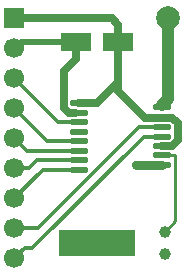
<source format=gtl>
G04 #@! TF.FileFunction,Copper,L1,Top,Signal*
%FSLAX46Y46*%
G04 Gerber Fmt 4.6, Leading zero omitted, Abs format (unit mm)*
G04 Created by KiCad (PCBNEW 4.0.6-e0-6349~52~ubuntu16.10.1) date Wed May  3 13:22:09 2017*
%MOMM*%
%LPD*%
G01*
G04 APERTURE LIST*
%ADD10C,0.100000*%
%ADD11O,1.600000X0.500000*%
%ADD12R,2.600000X1.600000*%
%ADD13C,1.000000*%
%ADD14R,6.500000X2.200000*%
%ADD15R,1.700000X1.700000*%
%ADD16C,1.700000*%
%ADD17C,2.000000*%
%ADD18C,0.700000*%
%ADD19C,0.550000*%
%ADD20C,0.650000*%
%ADD21C,0.750000*%
%ADD22C,0.350000*%
%ADD23C,1.000000*%
%ADD24C,0.250000*%
G04 APERTURE END LIST*
D10*
D11*
X127500000Y-92200000D03*
X127500000Y-93000000D03*
X127500000Y-93800000D03*
X127500000Y-94600000D03*
X127500000Y-95400000D03*
X127500000Y-96200000D03*
X127500000Y-97000000D03*
X127500000Y-97800000D03*
X134500000Y-97400000D03*
X134500000Y-96600000D03*
X134500000Y-95800000D03*
X134500000Y-95000000D03*
X134500000Y-94200000D03*
X134500000Y-93400000D03*
X134500000Y-92500000D03*
D12*
X127200000Y-87000000D03*
X130800000Y-87000000D03*
D13*
X134750000Y-103050000D03*
X134750000Y-104950000D03*
D14*
X129000000Y-104000000D03*
D15*
X122000000Y-85000000D03*
D16*
X122000000Y-87540000D03*
X122000000Y-90080000D03*
X122000000Y-92620000D03*
X122000000Y-95160000D03*
X122000000Y-97700000D03*
X122000000Y-100240000D03*
X122000000Y-102780000D03*
X122000000Y-105320000D03*
D17*
X135000000Y-85000000D03*
D18*
X132250000Y-97400000D03*
D19*
X127200000Y-87000000D02*
X122540000Y-87000000D01*
X122540000Y-87000000D02*
X122000000Y-87540000D01*
D20*
X127200000Y-87000000D02*
X127200000Y-88450000D01*
X127200000Y-88450000D02*
X126174990Y-89475010D01*
X126174990Y-89475010D02*
X126174990Y-92570999D01*
X126174990Y-92570999D02*
X126603991Y-93000000D01*
X126603991Y-93000000D02*
X127097905Y-93000000D01*
X127097905Y-93000000D02*
X127122895Y-93024990D01*
D21*
X132250000Y-97400000D02*
X133583260Y-97400000D01*
X133583260Y-97400000D02*
X133608270Y-97425010D01*
X133608270Y-97425010D02*
X134500000Y-97425010D01*
D20*
X134500000Y-93400000D02*
X133050000Y-93400000D01*
X133050000Y-93400000D02*
X130800000Y-91150000D01*
X130800000Y-91150000D02*
X130800000Y-90350000D01*
X134500000Y-95800000D02*
X135346029Y-95800000D01*
X135346029Y-95800000D02*
X135825010Y-95321019D01*
X135825010Y-95321019D02*
X135825010Y-93878981D01*
X135825010Y-93878981D02*
X135346029Y-93400000D01*
X135346029Y-93400000D02*
X134500000Y-93400000D01*
X127500000Y-92200000D02*
X128950000Y-92200000D01*
X128950000Y-92200000D02*
X130800000Y-90350000D01*
X130800000Y-90350000D02*
X130800000Y-88450000D01*
X130800000Y-88450000D02*
X130800000Y-87000000D01*
X122000000Y-85000000D02*
X130250000Y-85000000D01*
X130250000Y-85000000D02*
X130800000Y-85550000D01*
X130800000Y-85550000D02*
X130800000Y-87000000D01*
D21*
X130800000Y-87000000D02*
X130300000Y-87000000D01*
D22*
X122000000Y-90080000D02*
X125720000Y-93800000D01*
X125720000Y-93800000D02*
X127500000Y-93800000D01*
X122000000Y-92620000D02*
X124780000Y-95400000D01*
X124780000Y-95400000D02*
X127500000Y-95400000D01*
X122000000Y-95160000D02*
X123040000Y-96200000D01*
X123040000Y-96200000D02*
X127500000Y-96200000D01*
X122000000Y-97700000D02*
X123202081Y-97700000D01*
X123202081Y-97700000D02*
X123902081Y-97000000D01*
X123902081Y-97000000D02*
X126350000Y-97000000D01*
X126350000Y-97000000D02*
X127500000Y-97000000D01*
X122000000Y-100240000D02*
X124440000Y-97800000D01*
X124440000Y-97800000D02*
X127500000Y-97800000D01*
X134500000Y-94200000D02*
X132533897Y-94200000D01*
X132533897Y-94200000D02*
X123953897Y-102780000D01*
X123953897Y-102780000D02*
X123202081Y-102780000D01*
X123202081Y-102780000D02*
X122000000Y-102780000D01*
X134500000Y-95000000D02*
X132974998Y-95000000D01*
X132974998Y-95000000D02*
X123504997Y-104470001D01*
X123504997Y-104470001D02*
X122849999Y-104470001D01*
X122849999Y-104470001D02*
X122000000Y-105320000D01*
D23*
X135000000Y-85000000D02*
X135000000Y-91824990D01*
X135000000Y-91824990D02*
X134500000Y-92324990D01*
D24*
X134750000Y-103050000D02*
X135625010Y-102174990D01*
X135625010Y-102174990D02*
X135625010Y-96675010D01*
X135625010Y-96675010D02*
X135550000Y-96600000D01*
X135550000Y-96600000D02*
X134500000Y-96600000D01*
M02*

</source>
